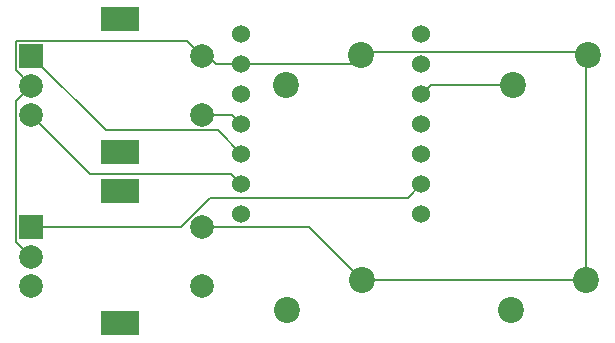
<source format=gbr>
%TF.GenerationSoftware,KiCad,Pcbnew,8.0.6*%
%TF.CreationDate,2024-10-21T22:58:35-05:00*%
%TF.ProjectId,HackPad,4861636b-5061-4642-9e6b-696361645f70,rev?*%
%TF.SameCoordinates,Original*%
%TF.FileFunction,Copper,L1,Top*%
%TF.FilePolarity,Positive*%
%FSLAX46Y46*%
G04 Gerber Fmt 4.6, Leading zero omitted, Abs format (unit mm)*
G04 Created by KiCad (PCBNEW 8.0.6) date 2024-10-21 22:58:35*
%MOMM*%
%LPD*%
G01*
G04 APERTURE LIST*
%TA.AperFunction,ComponentPad*%
%ADD10C,2.200000*%
%TD*%
%TA.AperFunction,ComponentPad*%
%ADD11R,2.000000X2.000000*%
%TD*%
%TA.AperFunction,ComponentPad*%
%ADD12C,2.000000*%
%TD*%
%TA.AperFunction,ComponentPad*%
%ADD13R,3.200000X2.000000*%
%TD*%
%TA.AperFunction,ComponentPad*%
%ADD14C,1.524000*%
%TD*%
%TA.AperFunction,Conductor*%
%ADD15C,0.200000*%
%TD*%
G04 APERTURE END LIST*
D10*
%TO.P,SW4,1,1*%
%TO.N,GND*%
X151460000Y-61420000D03*
%TO.P,SW4,2,2*%
%TO.N,Net-(U1-PA11_A3_D3)*%
X145110000Y-63960000D03*
%TD*%
D11*
%TO.P,RE7,A,A*%
%TO.N,Net-(U1-PA9_A5_D5_SCL)*%
X104500000Y-57000000D03*
D12*
%TO.P,RE7,B,B*%
%TO.N,Net-(U1-PA8_A4_D4_SDA)*%
X104500000Y-62000000D03*
%TO.P,RE7,C,C*%
%TO.N,GND*%
X104500000Y-59500000D03*
D13*
%TO.P,RE7,MP*%
%TO.N,N/C*%
X112000000Y-53900000D03*
X112000000Y-65100000D03*
D12*
%TO.P,RE7,S1,S1*%
%TO.N,Net-(U1-PB08_A6_D6_TX)*%
X119000000Y-62000000D03*
%TO.P,RE7,S2,S2*%
%TO.N,GND*%
X119000000Y-57000000D03*
%TD*%
D11*
%TO.P,RE6,A,A*%
%TO.N,Net-(U1-PA5_A9_D9_MISO)*%
X104500000Y-42500000D03*
D12*
%TO.P,RE6,B,B*%
%TO.N,Net-(U1-PA7_A8_D8_SCK)*%
X104500000Y-47500000D03*
%TO.P,RE6,C,C*%
%TO.N,GND*%
X104500000Y-45000000D03*
D13*
%TO.P,RE6,MP*%
%TO.N,N/C*%
X112000000Y-39400000D03*
X112000000Y-50600000D03*
D12*
%TO.P,RE6,S1,S1*%
%TO.N,Net-(U1-PA6_A10_D10_MOSI)*%
X119000000Y-47500000D03*
%TO.P,RE6,S2,S2*%
%TO.N,GND*%
X119000000Y-42500000D03*
%TD*%
D10*
%TO.P,SW2,1,1*%
%TO.N,GND*%
X132500000Y-61500000D03*
%TO.P,SW2,2,2*%
%TO.N,Net-(U1-PA4_A1_D1)*%
X126150000Y-64040000D03*
%TD*%
%TO.P,SW3,1,1*%
%TO.N,GND*%
X151620000Y-42420000D03*
%TO.P,SW3,2,2*%
%TO.N,Net-(U1-PA10_A2_D2)*%
X145270000Y-44960000D03*
%TD*%
%TO.P,SW1,1,1*%
%TO.N,GND*%
X132460000Y-42420000D03*
%TO.P,SW1,2,2*%
%TO.N,Net-(U1-PA02_A0_D0)*%
X126110000Y-44960000D03*
%TD*%
D14*
%TO.P,U1,1,PA02_A0_D0*%
%TO.N,Net-(U1-PA02_A0_D0)*%
X137540000Y-40648500D03*
%TO.P,U1,2,PA4_A1_D1*%
%TO.N,Net-(U1-PA4_A1_D1)*%
X137540000Y-43188500D03*
%TO.P,U1,3,PA10_A2_D2*%
%TO.N,Net-(U1-PA10_A2_D2)*%
X137540000Y-45728500D03*
%TO.P,U1,4,PA11_A3_D3*%
%TO.N,Net-(U1-PA11_A3_D3)*%
X137540000Y-48268500D03*
%TO.P,U1,5,PA8_A4_D4_SDA*%
%TO.N,Net-(U1-PA8_A4_D4_SDA)*%
X137540000Y-50808500D03*
%TO.P,U1,6,PA9_A5_D5_SCL*%
%TO.N,Net-(U1-PA9_A5_D5_SCL)*%
X137540000Y-53348500D03*
%TO.P,U1,7,PB08_A6_D6_TX*%
%TO.N,Net-(U1-PB08_A6_D6_TX)*%
X137540000Y-55888500D03*
%TO.P,U1,8,PB09_A7_D7_RX*%
%TO.N,unconnected-(U1-PB09_A7_D7_RX-Pad8)*%
X122300000Y-55888500D03*
%TO.P,U1,9,PA7_A8_D8_SCK*%
%TO.N,Net-(U1-PA7_A8_D8_SCK)*%
X122300000Y-53348500D03*
%TO.P,U1,10,PA5_A9_D9_MISO*%
%TO.N,Net-(U1-PA5_A9_D9_MISO)*%
X122300000Y-50808500D03*
%TO.P,U1,11,PA6_A10_D10_MOSI*%
%TO.N,Net-(U1-PA6_A10_D10_MOSI)*%
X122300000Y-48268500D03*
%TO.P,U1,12,3V3*%
%TO.N,unconnected-(U1-3V3-Pad12)*%
X122300000Y-45728500D03*
%TO.P,U1,13,GND*%
%TO.N,GND*%
X122300000Y-43188500D03*
%TO.P,U1,14,5V*%
%TO.N,unconnected-(U1-5V-Pad14)*%
X122300000Y-40648500D03*
%TD*%
D15*
%TO.N,GND*%
X132753500Y-42126500D02*
X132460000Y-42420000D01*
X151620000Y-42420000D02*
X151326500Y-42126500D01*
X151326500Y-42126500D02*
X132753500Y-42126500D01*
X132500000Y-61500000D02*
X151380000Y-61500000D01*
X151460000Y-42580000D02*
X151620000Y-42420000D01*
X104500000Y-45000000D02*
X103200000Y-43700000D01*
X103200000Y-43700000D02*
X103200000Y-41200000D01*
X104500000Y-59500000D02*
X103200000Y-58200000D01*
X103200000Y-46300000D02*
X104500000Y-45000000D01*
X103200000Y-41200000D02*
X117700000Y-41200000D01*
X119500000Y-42500000D02*
X120188500Y-43188500D01*
X128000000Y-57000000D02*
X132500000Y-61500000D01*
X151460000Y-61420000D02*
X151460000Y-42580000D01*
X103200000Y-58200000D02*
X103200000Y-46300000D01*
X122300000Y-43188500D02*
X131691500Y-43188500D01*
X119000000Y-42500000D02*
X119500000Y-42500000D01*
X120188500Y-43188500D02*
X122300000Y-43188500D01*
X119000000Y-57000000D02*
X128000000Y-57000000D01*
X117700000Y-41200000D02*
X119000000Y-42500000D01*
X151380000Y-61500000D02*
X151460000Y-61420000D01*
X131691500Y-43188500D02*
X132460000Y-42420000D01*
%TO.N,Net-(U1-PA10_A2_D2)*%
X138308500Y-44960000D02*
X137540000Y-45728500D01*
X145270000Y-44960000D02*
X138308500Y-44960000D01*
%TO.N,Net-(U1-PA5_A9_D9_MISO)*%
X104500000Y-42500000D02*
X110800000Y-48800000D01*
X110800000Y-48800000D02*
X120291500Y-48800000D01*
X120291500Y-48800000D02*
X122300000Y-50808500D01*
%TO.N,Net-(U1-PA7_A8_D8_SCK)*%
X121451500Y-52500000D02*
X122300000Y-53348500D01*
X104500000Y-47500000D02*
X109500000Y-52500000D01*
X109500000Y-52500000D02*
X121451500Y-52500000D01*
%TO.N,Net-(U1-PA6_A10_D10_MOSI)*%
X119000000Y-47500000D02*
X121531500Y-47500000D01*
X121531500Y-47500000D02*
X122300000Y-48268500D01*
%TO.N,Net-(U1-PA9_A5_D5_SCL)*%
X104500000Y-57000000D02*
X117161522Y-57000000D01*
X119661522Y-54500000D02*
X136388500Y-54500000D01*
X136388500Y-54500000D02*
X137540000Y-53348500D01*
X117161522Y-57000000D02*
X119661522Y-54500000D01*
%TD*%
M02*

</source>
